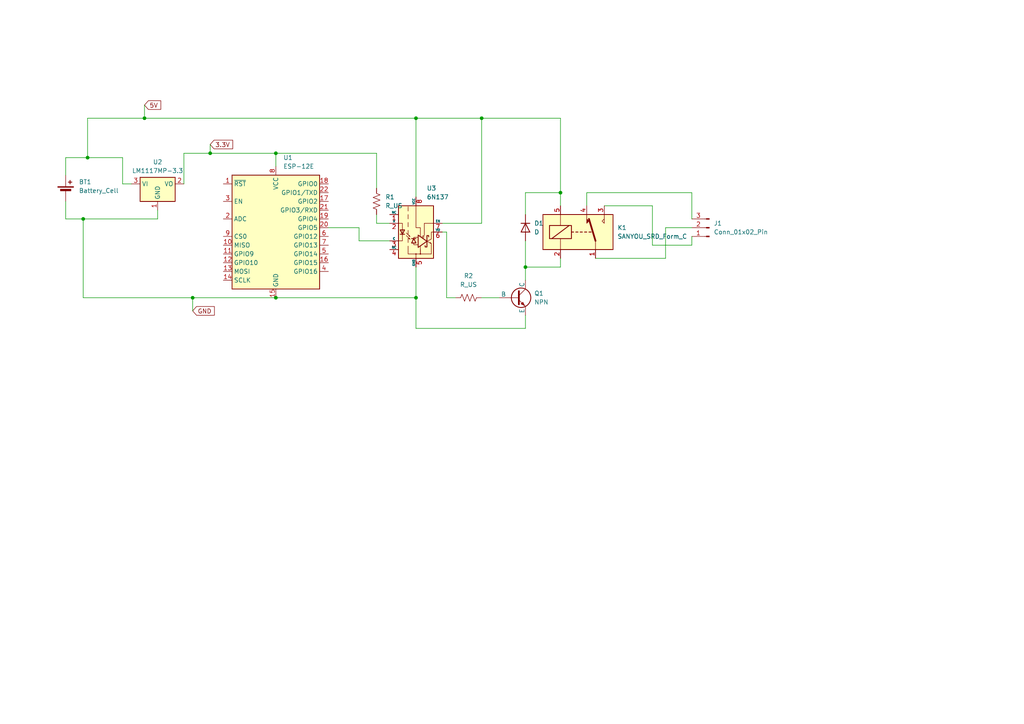
<source format=kicad_sch>
(kicad_sch
	(version 20250114)
	(generator "eeschema")
	(generator_version "9.0")
	(uuid "478c7fb7-9a59-46e2-8ba5-9d89bbf0ee16")
	(paper "A4")
	(lib_symbols
		(symbol "Connector:Conn_01x03_Pin"
			(pin_names
				(offset 1.016)
				(hide yes)
			)
			(exclude_from_sim no)
			(in_bom yes)
			(on_board yes)
			(property "Reference" "J"
				(at 0 5.08 0)
				(effects
					(font
						(size 1.27 1.27)
					)
				)
			)
			(property "Value" "Conn_01x03_Pin"
				(at 0 -5.08 0)
				(effects
					(font
						(size 1.27 1.27)
					)
				)
			)
			(property "Footprint" ""
				(at 0 0 0)
				(effects
					(font
						(size 1.27 1.27)
					)
					(hide yes)
				)
			)
			(property "Datasheet" "~"
				(at 0 0 0)
				(effects
					(font
						(size 1.27 1.27)
					)
					(hide yes)
				)
			)
			(property "Description" "Generic connector, single row, 01x03, script generated"
				(at 0 0 0)
				(effects
					(font
						(size 1.27 1.27)
					)
					(hide yes)
				)
			)
			(property "ki_locked" ""
				(at 0 0 0)
				(effects
					(font
						(size 1.27 1.27)
					)
				)
			)
			(property "ki_keywords" "connector"
				(at 0 0 0)
				(effects
					(font
						(size 1.27 1.27)
					)
					(hide yes)
				)
			)
			(property "ki_fp_filters" "Connector*:*_1x??_*"
				(at 0 0 0)
				(effects
					(font
						(size 1.27 1.27)
					)
					(hide yes)
				)
			)
			(symbol "Conn_01x03_Pin_1_1"
				(rectangle
					(start 0.8636 2.667)
					(end 0 2.413)
					(stroke
						(width 0.1524)
						(type default)
					)
					(fill
						(type outline)
					)
				)
				(rectangle
					(start 0.8636 0.127)
					(end 0 -0.127)
					(stroke
						(width 0.1524)
						(type default)
					)
					(fill
						(type outline)
					)
				)
				(rectangle
					(start 0.8636 -2.413)
					(end 0 -2.667)
					(stroke
						(width 0.1524)
						(type default)
					)
					(fill
						(type outline)
					)
				)
				(polyline
					(pts
						(xy 1.27 2.54) (xy 0.8636 2.54)
					)
					(stroke
						(width 0.1524)
						(type default)
					)
					(fill
						(type none)
					)
				)
				(polyline
					(pts
						(xy 1.27 0) (xy 0.8636 0)
					)
					(stroke
						(width 0.1524)
						(type default)
					)
					(fill
						(type none)
					)
				)
				(polyline
					(pts
						(xy 1.27 -2.54) (xy 0.8636 -2.54)
					)
					(stroke
						(width 0.1524)
						(type default)
					)
					(fill
						(type none)
					)
				)
				(pin passive line
					(at 5.08 2.54 180)
					(length 3.81)
					(name "Pin_1"
						(effects
							(font
								(size 1.27 1.27)
							)
						)
					)
					(number "1"
						(effects
							(font
								(size 1.27 1.27)
							)
						)
					)
				)
				(pin passive line
					(at 5.08 0 180)
					(length 3.81)
					(name "Pin_2"
						(effects
							(font
								(size 1.27 1.27)
							)
						)
					)
					(number "2"
						(effects
							(font
								(size 1.27 1.27)
							)
						)
					)
				)
				(pin passive line
					(at 5.08 -2.54 180)
					(length 3.81)
					(name "Pin_3"
						(effects
							(font
								(size 1.27 1.27)
							)
						)
					)
					(number "3"
						(effects
							(font
								(size 1.27 1.27)
							)
						)
					)
				)
			)
			(embedded_fonts no)
		)
		(symbol "Device:Battery_Cell"
			(pin_numbers
				(hide yes)
			)
			(pin_names
				(offset 0)
				(hide yes)
			)
			(exclude_from_sim no)
			(in_bom yes)
			(on_board yes)
			(property "Reference" "BT"
				(at 2.54 2.54 0)
				(effects
					(font
						(size 1.27 1.27)
					)
					(justify left)
				)
			)
			(property "Value" "Battery_Cell"
				(at 2.54 0 0)
				(effects
					(font
						(size 1.27 1.27)
					)
					(justify left)
				)
			)
			(property "Footprint" ""
				(at 0 1.524 90)
				(effects
					(font
						(size 1.27 1.27)
					)
					(hide yes)
				)
			)
			(property "Datasheet" "~"
				(at 0 1.524 90)
				(effects
					(font
						(size 1.27 1.27)
					)
					(hide yes)
				)
			)
			(property "Description" "Single-cell battery"
				(at 0 0 0)
				(effects
					(font
						(size 1.27 1.27)
					)
					(hide yes)
				)
			)
			(property "ki_keywords" "battery cell"
				(at 0 0 0)
				(effects
					(font
						(size 1.27 1.27)
					)
					(hide yes)
				)
			)
			(symbol "Battery_Cell_0_1"
				(rectangle
					(start -2.286 1.778)
					(end 2.286 1.524)
					(stroke
						(width 0)
						(type default)
					)
					(fill
						(type outline)
					)
				)
				(rectangle
					(start -1.524 1.016)
					(end 1.524 0.508)
					(stroke
						(width 0)
						(type default)
					)
					(fill
						(type outline)
					)
				)
				(polyline
					(pts
						(xy 0 1.778) (xy 0 2.54)
					)
					(stroke
						(width 0)
						(type default)
					)
					(fill
						(type none)
					)
				)
				(polyline
					(pts
						(xy 0 0.762) (xy 0 0)
					)
					(stroke
						(width 0)
						(type default)
					)
					(fill
						(type none)
					)
				)
				(polyline
					(pts
						(xy 0.762 3.048) (xy 1.778 3.048)
					)
					(stroke
						(width 0.254)
						(type default)
					)
					(fill
						(type none)
					)
				)
				(polyline
					(pts
						(xy 1.27 3.556) (xy 1.27 2.54)
					)
					(stroke
						(width 0.254)
						(type default)
					)
					(fill
						(type none)
					)
				)
			)
			(symbol "Battery_Cell_1_1"
				(pin passive line
					(at 0 5.08 270)
					(length 2.54)
					(name "+"
						(effects
							(font
								(size 1.27 1.27)
							)
						)
					)
					(number "1"
						(effects
							(font
								(size 1.27 1.27)
							)
						)
					)
				)
				(pin passive line
					(at 0 -2.54 90)
					(length 2.54)
					(name "-"
						(effects
							(font
								(size 1.27 1.27)
							)
						)
					)
					(number "2"
						(effects
							(font
								(size 1.27 1.27)
							)
						)
					)
				)
			)
			(embedded_fonts no)
		)
		(symbol "Device:D"
			(pin_numbers
				(hide yes)
			)
			(pin_names
				(offset 1.016)
				(hide yes)
			)
			(exclude_from_sim no)
			(in_bom yes)
			(on_board yes)
			(property "Reference" "D"
				(at 0 2.54 0)
				(effects
					(font
						(size 1.27 1.27)
					)
				)
			)
			(property "Value" "D"
				(at 0 -2.54 0)
				(effects
					(font
						(size 1.27 1.27)
					)
				)
			)
			(property "Footprint" ""
				(at 0 0 0)
				(effects
					(font
						(size 1.27 1.27)
					)
					(hide yes)
				)
			)
			(property "Datasheet" "~"
				(at 0 0 0)
				(effects
					(font
						(size 1.27 1.27)
					)
					(hide yes)
				)
			)
			(property "Description" "Diode"
				(at 0 0 0)
				(effects
					(font
						(size 1.27 1.27)
					)
					(hide yes)
				)
			)
			(property "Sim.Device" "D"
				(at 0 0 0)
				(effects
					(font
						(size 1.27 1.27)
					)
					(hide yes)
				)
			)
			(property "Sim.Pins" "1=K 2=A"
				(at 0 0 0)
				(effects
					(font
						(size 1.27 1.27)
					)
					(hide yes)
				)
			)
			(property "ki_keywords" "diode"
				(at 0 0 0)
				(effects
					(font
						(size 1.27 1.27)
					)
					(hide yes)
				)
			)
			(property "ki_fp_filters" "TO-???* *_Diode_* *SingleDiode* D_*"
				(at 0 0 0)
				(effects
					(font
						(size 1.27 1.27)
					)
					(hide yes)
				)
			)
			(symbol "D_0_1"
				(polyline
					(pts
						(xy -1.27 1.27) (xy -1.27 -1.27)
					)
					(stroke
						(width 0.254)
						(type default)
					)
					(fill
						(type none)
					)
				)
				(polyline
					(pts
						(xy 1.27 1.27) (xy 1.27 -1.27) (xy -1.27 0) (xy 1.27 1.27)
					)
					(stroke
						(width 0.254)
						(type default)
					)
					(fill
						(type none)
					)
				)
				(polyline
					(pts
						(xy 1.27 0) (xy -1.27 0)
					)
					(stroke
						(width 0)
						(type default)
					)
					(fill
						(type none)
					)
				)
			)
			(symbol "D_1_1"
				(pin passive line
					(at -3.81 0 0)
					(length 2.54)
					(name "K"
						(effects
							(font
								(size 1.27 1.27)
							)
						)
					)
					(number "1"
						(effects
							(font
								(size 1.27 1.27)
							)
						)
					)
				)
				(pin passive line
					(at 3.81 0 180)
					(length 2.54)
					(name "A"
						(effects
							(font
								(size 1.27 1.27)
							)
						)
					)
					(number "2"
						(effects
							(font
								(size 1.27 1.27)
							)
						)
					)
				)
			)
			(embedded_fonts no)
		)
		(symbol "Device:R_US"
			(pin_numbers
				(hide yes)
			)
			(pin_names
				(offset 0)
			)
			(exclude_from_sim no)
			(in_bom yes)
			(on_board yes)
			(property "Reference" "R"
				(at 2.54 0 90)
				(effects
					(font
						(size 1.27 1.27)
					)
				)
			)
			(property "Value" "R_US"
				(at -2.54 0 90)
				(effects
					(font
						(size 1.27 1.27)
					)
				)
			)
			(property "Footprint" ""
				(at 1.016 -0.254 90)
				(effects
					(font
						(size 1.27 1.27)
					)
					(hide yes)
				)
			)
			(property "Datasheet" "~"
				(at 0 0 0)
				(effects
					(font
						(size 1.27 1.27)
					)
					(hide yes)
				)
			)
			(property "Description" "Resistor, US symbol"
				(at 0 0 0)
				(effects
					(font
						(size 1.27 1.27)
					)
					(hide yes)
				)
			)
			(property "ki_keywords" "R res resistor"
				(at 0 0 0)
				(effects
					(font
						(size 1.27 1.27)
					)
					(hide yes)
				)
			)
			(property "ki_fp_filters" "R_*"
				(at 0 0 0)
				(effects
					(font
						(size 1.27 1.27)
					)
					(hide yes)
				)
			)
			(symbol "R_US_0_1"
				(polyline
					(pts
						(xy 0 2.286) (xy 0 2.54)
					)
					(stroke
						(width 0)
						(type default)
					)
					(fill
						(type none)
					)
				)
				(polyline
					(pts
						(xy 0 2.286) (xy 1.016 1.905) (xy 0 1.524) (xy -1.016 1.143) (xy 0 0.762)
					)
					(stroke
						(width 0)
						(type default)
					)
					(fill
						(type none)
					)
				)
				(polyline
					(pts
						(xy 0 0.762) (xy 1.016 0.381) (xy 0 0) (xy -1.016 -0.381) (xy 0 -0.762)
					)
					(stroke
						(width 0)
						(type default)
					)
					(fill
						(type none)
					)
				)
				(polyline
					(pts
						(xy 0 -0.762) (xy 1.016 -1.143) (xy 0 -1.524) (xy -1.016 -1.905) (xy 0 -2.286)
					)
					(stroke
						(width 0)
						(type default)
					)
					(fill
						(type none)
					)
				)
				(polyline
					(pts
						(xy 0 -2.286) (xy 0 -2.54)
					)
					(stroke
						(width 0)
						(type default)
					)
					(fill
						(type none)
					)
				)
			)
			(symbol "R_US_1_1"
				(pin passive line
					(at 0 3.81 270)
					(length 1.27)
					(name "~"
						(effects
							(font
								(size 1.27 1.27)
							)
						)
					)
					(number "1"
						(effects
							(font
								(size 1.27 1.27)
							)
						)
					)
				)
				(pin passive line
					(at 0 -3.81 90)
					(length 1.27)
					(name "~"
						(effects
							(font
								(size 1.27 1.27)
							)
						)
					)
					(number "2"
						(effects
							(font
								(size 1.27 1.27)
							)
						)
					)
				)
			)
			(embedded_fonts no)
		)
		(symbol "Isolator:6N137"
			(pin_names
				(offset 0)
			)
			(exclude_from_sim no)
			(in_bom yes)
			(on_board yes)
			(property "Reference" "U"
				(at -4.064 8.89 0)
				(effects
					(font
						(size 1.27 1.27)
					)
				)
			)
			(property "Value" "6N137"
				(at 0 -8.89 0)
				(effects
					(font
						(size 1.27 1.27)
					)
				)
			)
			(property "Footprint" "Package_DIP:DIP-8_W7.62mm"
				(at 0 -12.7 0)
				(effects
					(font
						(size 1.27 1.27)
					)
					(hide yes)
				)
			)
			(property "Datasheet" "https://docs.broadcom.com/docs/AV02-0940EN"
				(at -21.59 13.97 0)
				(effects
					(font
						(size 1.27 1.27)
					)
					(hide yes)
				)
			)
			(property "Description" "Single High Speed LSTTL/TTL Compatible Optocoupler with enable, dV/dt 1000/us, VCM 10, max 7V VCC, DIP-8"
				(at 0 0 0)
				(effects
					(font
						(size 1.27 1.27)
					)
					(hide yes)
				)
			)
			(property "ki_keywords" "High speed optically coupled gates enable"
				(at 0 0 0)
				(effects
					(font
						(size 1.27 1.27)
					)
					(hide yes)
				)
			)
			(property "ki_fp_filters" "DIP*W7.62mm*"
				(at 0 0 0)
				(effects
					(font
						(size 1.27 1.27)
					)
					(hide yes)
				)
			)
			(symbol "6N137_0_1"
				(polyline
					(pts
						(xy -5.08 -2.54) (xy -3.937 -2.54) (xy -3.937 2.54) (xy -5.08 2.54)
					)
					(stroke
						(width 0)
						(type default)
					)
					(fill
						(type none)
					)
				)
				(polyline
					(pts
						(xy -2.794 -0.254) (xy -1.717 -1.331) (xy -2.076 -1.152) (xy -1.896 -0.972) (xy -1.717 -1.331)
					)
					(stroke
						(width 0)
						(type default)
					)
					(fill
						(type none)
					)
				)
				(polyline
					(pts
						(xy -2.794 -1.016) (xy -1.717 -2.093) (xy -2.076 -1.914) (xy -1.896 -1.734) (xy -1.717 -2.093)
					)
					(stroke
						(width 0)
						(type default)
					)
					(fill
						(type none)
					)
				)
				(polyline
					(pts
						(xy 0 -6.35) (xy -2.286 -6.35) (xy -2.286 -4.064)
					)
					(stroke
						(width 0)
						(type default)
					)
					(fill
						(type none)
					)
				)
				(polyline
					(pts
						(xy 1.27 -5.08) (xy 1.27 -6.35) (xy 0 -6.35) (xy 0 -7.62)
					)
					(stroke
						(width 0)
						(type default)
					)
					(fill
						(type none)
					)
				)
				(polyline
					(pts
						(xy 3.175 -2.667) (xy 0.635 -4.445) (xy 0.635 -0.889) (xy 3.175 -2.667)
					)
					(stroke
						(width 0.254)
						(type default)
					)
					(fill
						(type none)
					)
				)
			)
			(symbol "6N137_1_1"
				(rectangle
					(start -5.08 7.62)
					(end 5.08 -7.62)
					(stroke
						(width 0.254)
						(type default)
					)
					(fill
						(type background)
					)
				)
				(polyline
					(pts
						(xy -4.572 -0.635) (xy -3.302 -0.635)
					)
					(stroke
						(width 0.254)
						(type default)
					)
					(fill
						(type none)
					)
				)
				(polyline
					(pts
						(xy -3.937 -0.635) (xy -4.572 0.635) (xy -3.302 0.635) (xy -3.937 -0.635)
					)
					(stroke
						(width 0.254)
						(type default)
					)
					(fill
						(type none)
					)
				)
				(polyline
					(pts
						(xy -2.286 7.366) (xy -2.286 6.096)
					)
					(stroke
						(width 0)
						(type default)
					)
					(fill
						(type none)
					)
				)
				(polyline
					(pts
						(xy -2.286 5.08) (xy -2.286 3.81)
					)
					(stroke
						(width 0)
						(type default)
					)
					(fill
						(type none)
					)
				)
				(polyline
					(pts
						(xy -2.286 2.794) (xy -2.286 1.524)
					)
					(stroke
						(width 0)
						(type default)
					)
					(fill
						(type none)
					)
				)
				(polyline
					(pts
						(xy -2.286 0.508) (xy -2.286 -0.762)
					)
					(stroke
						(width 0)
						(type default)
					)
					(fill
						(type none)
					)
				)
				(polyline
					(pts
						(xy -2.286 -1.778) (xy -2.286 -3.048)
					)
					(stroke
						(width 0)
						(type default)
					)
					(fill
						(type none)
					)
				)
				(polyline
					(pts
						(xy -1.27 -1.905) (xy 0 -1.905)
					)
					(stroke
						(width 0.254)
						(type default)
					)
					(fill
						(type none)
					)
				)
				(polyline
					(pts
						(xy -0.635 -1.905) (xy -0.635 -1.524) (xy 0.508 -1.524)
					)
					(stroke
						(width 0)
						(type default)
					)
					(fill
						(type none)
					)
				)
				(polyline
					(pts
						(xy -0.635 -1.905) (xy -1.27 -3.175) (xy 0 -3.175) (xy -0.635 -1.905)
					)
					(stroke
						(width 0.254)
						(type default)
					)
					(fill
						(type none)
					)
				)
				(polyline
					(pts
						(xy -0.635 -3.302) (xy -0.635 -3.683) (xy 0.635 -3.683)
					)
					(stroke
						(width 0)
						(type default)
					)
					(fill
						(type none)
					)
				)
				(circle
					(center 0 -6.35)
					(radius 0.127)
					(stroke
						(width 0)
						(type default)
					)
					(fill
						(type outline)
					)
				)
				(polyline
					(pts
						(xy 1.27 -1.27) (xy 1.27 1.27) (xy 0 1.27) (xy 0 7.62)
					)
					(stroke
						(width 0)
						(type default)
					)
					(fill
						(type none)
					)
				)
				(polyline
					(pts
						(xy 1.27 -4.064) (xy 1.27 -6.35) (xy 4.445 -6.35)
					)
					(stroke
						(width 0)
						(type default)
					)
					(fill
						(type none)
					)
				)
				(circle
					(center 1.27 -6.35)
					(radius 0.127)
					(stroke
						(width 0)
						(type default)
					)
					(fill
						(type outline)
					)
				)
				(circle
					(center 2.032 -1.397)
					(radius 0.254)
					(stroke
						(width 0)
						(type default)
					)
					(fill
						(type none)
					)
				)
				(polyline
					(pts
						(xy 2.1844 -1.1684) (xy 2.413 -0.889) (xy 2.413 2.54) (xy 5.08 2.54)
					)
					(stroke
						(width 0)
						(type default)
					)
					(fill
						(type none)
					)
				)
				(polyline
					(pts
						(xy 3.175 -2.667) (xy 4.445 -3.302) (xy 4.445 -6.35)
					)
					(stroke
						(width 0)
						(type default)
					)
					(fill
						(type none)
					)
				)
				(polyline
					(pts
						(xy 3.175 -2.667) (xy 3.175 -1.016) (xy 3.683 -1.016) (xy 3.683 -1.397)
					)
					(stroke
						(width 0.254)
						(type default)
					)
					(fill
						(type none)
					)
				)
				(polyline
					(pts
						(xy 3.175 -2.667) (xy 3.175 -4.318) (xy 2.667 -4.318) (xy 2.667 -3.937)
					)
					(stroke
						(width 0.254)
						(type default)
					)
					(fill
						(type none)
					)
				)
				(polyline
					(pts
						(xy 3.175 -2.667) (xy 4.445 -2.032) (xy 4.445 0) (xy 5.08 0)
					)
					(stroke
						(width 0)
						(type default)
					)
					(fill
						(type none)
					)
				)
				(polyline
					(pts
						(xy 4.445 -3.302) (xy 4.161 -3.018) (xy 4.047 -3.246) (xy 4.445 -3.302)
					)
					(stroke
						(width 0.127)
						(type default)
					)
					(fill
						(type outline)
					)
				)
				(pin passive line
					(at -7.62 5.08 0)
					(length 2.54)
					(name "NC"
						(effects
							(font
								(size 0.635 0.635)
							)
						)
					)
					(number "1"
						(effects
							(font
								(size 1.27 1.27)
							)
						)
					)
				)
				(pin passive line
					(at -7.62 2.54 0)
					(length 2.54)
					(name "A"
						(effects
							(font
								(size 0.635 0.635)
							)
						)
					)
					(number "2"
						(effects
							(font
								(size 1.27 1.27)
							)
						)
					)
				)
				(pin passive line
					(at -7.62 -2.54 0)
					(length 2.54)
					(name "C"
						(effects
							(font
								(size 0.635 0.635)
							)
						)
					)
					(number "3"
						(effects
							(font
								(size 1.27 1.27)
							)
						)
					)
				)
				(pin passive line
					(at -7.62 -5.08 0)
					(length 2.54)
					(name "NC"
						(effects
							(font
								(size 0.635 0.635)
							)
						)
					)
					(number "4"
						(effects
							(font
								(size 1.27 1.27)
							)
						)
					)
				)
				(pin power_in line
					(at 0 10.16 270)
					(length 2.54)
					(name "VCC"
						(effects
							(font
								(size 0.635 0.635)
							)
						)
					)
					(number "8"
						(effects
							(font
								(size 1.27 1.27)
							)
						)
					)
				)
				(pin power_in line
					(at 0 -10.16 90)
					(length 2.54)
					(name "GND"
						(effects
							(font
								(size 0.635 0.635)
							)
						)
					)
					(number "5"
						(effects
							(font
								(size 1.27 1.27)
							)
						)
					)
				)
				(pin input line
					(at 7.62 2.54 180)
					(length 2.54)
					(name "EN"
						(effects
							(font
								(size 0.635 0.635)
							)
						)
					)
					(number "7"
						(effects
							(font
								(size 1.27 1.27)
							)
						)
					)
				)
				(pin open_collector line
					(at 7.62 0 180)
					(length 2.54)
					(name "VO"
						(effects
							(font
								(size 0.635 0.635)
							)
						)
					)
					(number "6"
						(effects
							(font
								(size 1.27 1.27)
							)
						)
					)
				)
			)
			(embedded_fonts no)
		)
		(symbol "RF_Module:ESP-12E"
			(exclude_from_sim no)
			(in_bom yes)
			(on_board yes)
			(property "Reference" "U"
				(at -12.7 19.05 0)
				(effects
					(font
						(size 1.27 1.27)
					)
					(justify left)
				)
			)
			(property "Value" "ESP-12E"
				(at 12.7 19.05 0)
				(effects
					(font
						(size 1.27 1.27)
					)
					(justify right)
				)
			)
			(property "Footprint" "RF_Module:ESP-12E"
				(at 0 0 0)
				(effects
					(font
						(size 1.27 1.27)
					)
					(hide yes)
				)
			)
			(property "Datasheet" "http://wiki.ai-thinker.com/_media/esp8266/esp8266_series_modules_user_manual_v1.1.pdf"
				(at -8.89 2.54 0)
				(effects
					(font
						(size 1.27 1.27)
					)
					(hide yes)
				)
			)
			(property "Description" "802.11 b/g/n Wi-Fi Module"
				(at 0 0 0)
				(effects
					(font
						(size 1.27 1.27)
					)
					(hide yes)
				)
			)
			(property "ki_keywords" "802.11 Wi-Fi"
				(at 0 0 0)
				(effects
					(font
						(size 1.27 1.27)
					)
					(hide yes)
				)
			)
			(property "ki_fp_filters" "ESP?12*"
				(at 0 0 0)
				(effects
					(font
						(size 1.27 1.27)
					)
					(hide yes)
				)
			)
			(symbol "ESP-12E_0_1"
				(rectangle
					(start -12.7 17.78)
					(end 12.7 -15.24)
					(stroke
						(width 0.254)
						(type default)
					)
					(fill
						(type background)
					)
				)
			)
			(symbol "ESP-12E_1_1"
				(pin input line
					(at -15.24 15.24 0)
					(length 2.54)
					(name "~{RST}"
						(effects
							(font
								(size 1.27 1.27)
							)
						)
					)
					(number "1"
						(effects
							(font
								(size 1.27 1.27)
							)
						)
					)
				)
				(pin input line
					(at -15.24 10.16 0)
					(length 2.54)
					(name "EN"
						(effects
							(font
								(size 1.27 1.27)
							)
						)
					)
					(number "3"
						(effects
							(font
								(size 1.27 1.27)
							)
						)
					)
				)
				(pin input line
					(at -15.24 5.08 0)
					(length 2.54)
					(name "ADC"
						(effects
							(font
								(size 1.27 1.27)
							)
						)
					)
					(number "2"
						(effects
							(font
								(size 1.27 1.27)
							)
						)
					)
				)
				(pin input line
					(at -15.24 0 0)
					(length 2.54)
					(name "CS0"
						(effects
							(font
								(size 1.27 1.27)
							)
						)
					)
					(number "9"
						(effects
							(font
								(size 1.27 1.27)
							)
						)
					)
				)
				(pin bidirectional line
					(at -15.24 -2.54 0)
					(length 2.54)
					(name "MISO"
						(effects
							(font
								(size 1.27 1.27)
							)
						)
					)
					(number "10"
						(effects
							(font
								(size 1.27 1.27)
							)
						)
					)
				)
				(pin bidirectional line
					(at -15.24 -5.08 0)
					(length 2.54)
					(name "GPIO9"
						(effects
							(font
								(size 1.27 1.27)
							)
						)
					)
					(number "11"
						(effects
							(font
								(size 1.27 1.27)
							)
						)
					)
				)
				(pin bidirectional line
					(at -15.24 -7.62 0)
					(length 2.54)
					(name "GPIO10"
						(effects
							(font
								(size 1.27 1.27)
							)
						)
					)
					(number "12"
						(effects
							(font
								(size 1.27 1.27)
							)
						)
					)
				)
				(pin bidirectional line
					(at -15.24 -10.16 0)
					(length 2.54)
					(name "MOSI"
						(effects
							(font
								(size 1.27 1.27)
							)
						)
					)
					(number "13"
						(effects
							(font
								(size 1.27 1.27)
							)
						)
					)
				)
				(pin bidirectional line
					(at -15.24 -12.7 0)
					(length 2.54)
					(name "SCLK"
						(effects
							(font
								(size 1.27 1.27)
							)
						)
					)
					(number "14"
						(effects
							(font
								(size 1.27 1.27)
							)
						)
					)
				)
				(pin power_in line
					(at 0 20.32 270)
					(length 2.54)
					(name "VCC"
						(effects
							(font
								(size 1.27 1.27)
							)
						)
					)
					(number "8"
						(effects
							(font
								(size 1.27 1.27)
							)
						)
					)
				)
				(pin power_in line
					(at 0 -17.78 90)
					(length 2.54)
					(name "GND"
						(effects
							(font
								(size 1.27 1.27)
							)
						)
					)
					(number "15"
						(effects
							(font
								(size 1.27 1.27)
							)
						)
					)
				)
				(pin bidirectional line
					(at 15.24 15.24 180)
					(length 2.54)
					(name "GPIO0"
						(effects
							(font
								(size 1.27 1.27)
							)
						)
					)
					(number "18"
						(effects
							(font
								(size 1.27 1.27)
							)
						)
					)
				)
				(pin bidirectional line
					(at 15.24 12.7 180)
					(length 2.54)
					(name "GPIO1/TXD"
						(effects
							(font
								(size 1.27 1.27)
							)
						)
					)
					(number "22"
						(effects
							(font
								(size 1.27 1.27)
							)
						)
					)
				)
				(pin bidirectional line
					(at 15.24 10.16 180)
					(length 2.54)
					(name "GPIO2"
						(effects
							(font
								(size 1.27 1.27)
							)
						)
					)
					(number "17"
						(effects
							(font
								(size 1.27 1.27)
							)
						)
					)
				)
				(pin bidirectional line
					(at 15.24 7.62 180)
					(length 2.54)
					(name "GPIO3/RXD"
						(effects
							(font
								(size 1.27 1.27)
							)
						)
					)
					(number "21"
						(effects
							(font
								(size 1.27 1.27)
							)
						)
					)
				)
				(pin bidirectional line
					(at 15.24 5.08 180)
					(length 2.54)
					(name "GPIO4"
						(effects
							(font
								(size 1.27 1.27)
							)
						)
					)
					(number "19"
						(effects
							(font
								(size 1.27 1.27)
							)
						)
					)
				)
				(pin bidirectional line
					(at 15.24 2.54 180)
					(length 2.54)
					(name "GPIO5"
						(effects
							(font
								(size 1.27 1.27)
							)
						)
					)
					(number "20"
						(effects
							(font
								(size 1.27 1.27)
							)
						)
					)
				)
				(pin bidirectional line
					(at 15.24 0 180)
					(length 2.54)
					(name "GPIO12"
						(effects
							(font
								(size 1.27 1.27)
							)
						)
					)
					(number "6"
						(effects
							(font
								(size 1.27 1.27)
							)
						)
					)
				)
				(pin bidirectional line
					(at 15.24 -2.54 180)
					(length 2.54)
					(name "GPIO13"
						(effects
							(font
								(size 1.27 1.27)
							)
						)
					)
					(number "7"
						(effects
							(font
								(size 1.27 1.27)
							)
						)
					)
				)
				(pin bidirectional line
					(at 15.24 -5.08 180)
					(length 2.54)
					(name "GPIO14"
						(effects
							(font
								(size 1.27 1.27)
							)
						)
					)
					(number "5"
						(effects
							(font
								(size 1.27 1.27)
							)
						)
					)
				)
				(pin bidirectional line
					(at 15.24 -7.62 180)
					(length 2.54)
					(name "GPIO15"
						(effects
							(font
								(size 1.27 1.27)
							)
						)
					)
					(number "16"
						(effects
							(font
								(size 1.27 1.27)
							)
						)
					)
				)
				(pin bidirectional line
					(at 15.24 -10.16 180)
					(length 2.54)
					(name "GPIO16"
						(effects
							(font
								(size 1.27 1.27)
							)
						)
					)
					(number "4"
						(effects
							(font
								(size 1.27 1.27)
							)
						)
					)
				)
			)
			(embedded_fonts no)
		)
		(symbol "Regulator_Linear:LM1117MP-3.3"
			(exclude_from_sim no)
			(in_bom yes)
			(on_board yes)
			(property "Reference" "U"
				(at -3.81 3.175 0)
				(effects
					(font
						(size 1.27 1.27)
					)
				)
			)
			(property "Value" "LM1117MP-3.3"
				(at 0 3.175 0)
				(effects
					(font
						(size 1.27 1.27)
					)
					(justify left)
				)
			)
			(property "Footprint" "Package_TO_SOT_SMD:SOT-223-3_TabPin2"
				(at 0 0 0)
				(effects
					(font
						(size 1.27 1.27)
					)
					(hide yes)
				)
			)
			(property "Datasheet" "http://www.ti.com/lit/ds/symlink/lm1117.pdf"
				(at 0 0 0)
				(effects
					(font
						(size 1.27 1.27)
					)
					(hide yes)
				)
			)
			(property "Description" "800mA Low-Dropout Linear Regulator, 3.3V fixed output, SOT-223"
				(at 0 0 0)
				(effects
					(font
						(size 1.27 1.27)
					)
					(hide yes)
				)
			)
			(property "ki_keywords" "linear regulator ldo fixed positive"
				(at 0 0 0)
				(effects
					(font
						(size 1.27 1.27)
					)
					(hide yes)
				)
			)
			(property "ki_fp_filters" "SOT?223*"
				(at 0 0 0)
				(effects
					(font
						(size 1.27 1.27)
					)
					(hide yes)
				)
			)
			(symbol "LM1117MP-3.3_0_1"
				(rectangle
					(start -5.08 -5.08)
					(end 5.08 1.905)
					(stroke
						(width 0.254)
						(type default)
					)
					(fill
						(type background)
					)
				)
			)
			(symbol "LM1117MP-3.3_1_1"
				(pin power_in line
					(at -7.62 0 0)
					(length 2.54)
					(name "VI"
						(effects
							(font
								(size 1.27 1.27)
							)
						)
					)
					(number "3"
						(effects
							(font
								(size 1.27 1.27)
							)
						)
					)
				)
				(pin power_in line
					(at 0 -7.62 90)
					(length 2.54)
					(name "GND"
						(effects
							(font
								(size 1.27 1.27)
							)
						)
					)
					(number "1"
						(effects
							(font
								(size 1.27 1.27)
							)
						)
					)
				)
				(pin power_out line
					(at 7.62 0 180)
					(length 2.54)
					(name "VO"
						(effects
							(font
								(size 1.27 1.27)
							)
						)
					)
					(number "2"
						(effects
							(font
								(size 1.27 1.27)
							)
						)
					)
				)
			)
			(embedded_fonts no)
		)
		(symbol "Relay:SANYOU_SRD_Form_C"
			(exclude_from_sim no)
			(in_bom yes)
			(on_board yes)
			(property "Reference" "K"
				(at 11.43 3.81 0)
				(effects
					(font
						(size 1.27 1.27)
					)
					(justify left)
				)
			)
			(property "Value" "SANYOU_SRD_Form_C"
				(at 11.43 1.27 0)
				(effects
					(font
						(size 1.27 1.27)
					)
					(justify left)
				)
			)
			(property "Footprint" "Relay_THT:Relay_SPDT_SANYOU_SRD_Series_Form_C"
				(at 11.43 -1.27 0)
				(effects
					(font
						(size 1.27 1.27)
					)
					(justify left)
					(hide yes)
				)
			)
			(property "Datasheet" "http://www.sanyourelay.ca/public/products/pdf/SRD.pdf"
				(at 0 0 0)
				(effects
					(font
						(size 1.27 1.27)
					)
					(hide yes)
				)
			)
			(property "Description" "Sanyo SRD relay, Single Pole Miniature Power Relay,"
				(at 0 0 0)
				(effects
					(font
						(size 1.27 1.27)
					)
					(hide yes)
				)
			)
			(property "ki_keywords" "Single Pole Relay SPDT"
				(at 0 0 0)
				(effects
					(font
						(size 1.27 1.27)
					)
					(hide yes)
				)
			)
			(property "ki_fp_filters" "Relay*SPDT*SANYOU*SRD*Series*Form*C*"
				(at 0 0 0)
				(effects
					(font
						(size 1.27 1.27)
					)
					(hide yes)
				)
			)
			(symbol "SANYOU_SRD_Form_C_0_0"
				(polyline
					(pts
						(xy 7.62 5.08) (xy 7.62 2.54) (xy 6.985 3.175) (xy 7.62 3.81)
					)
					(stroke
						(width 0)
						(type default)
					)
					(fill
						(type none)
					)
				)
			)
			(symbol "SANYOU_SRD_Form_C_0_1"
				(rectangle
					(start -10.16 5.08)
					(end 10.16 -5.08)
					(stroke
						(width 0.254)
						(type default)
					)
					(fill
						(type background)
					)
				)
				(rectangle
					(start -8.255 1.905)
					(end -1.905 -1.905)
					(stroke
						(width 0.254)
						(type default)
					)
					(fill
						(type none)
					)
				)
				(polyline
					(pts
						(xy -7.62 -1.905) (xy -2.54 1.905)
					)
					(stroke
						(width 0.254)
						(type default)
					)
					(fill
						(type none)
					)
				)
				(polyline
					(pts
						(xy -5.08 5.08) (xy -5.08 1.905)
					)
					(stroke
						(width 0)
						(type default)
					)
					(fill
						(type none)
					)
				)
				(polyline
					(pts
						(xy -5.08 -5.08) (xy -5.08 -1.905)
					)
					(stroke
						(width 0)
						(type default)
					)
					(fill
						(type none)
					)
				)
				(polyline
					(pts
						(xy -1.905 0) (xy -1.27 0)
					)
					(stroke
						(width 0.254)
						(type default)
					)
					(fill
						(type none)
					)
				)
				(polyline
					(pts
						(xy -0.635 0) (xy 0 0)
					)
					(stroke
						(width 0.254)
						(type default)
					)
					(fill
						(type none)
					)
				)
				(polyline
					(pts
						(xy 0.635 0) (xy 1.27 0)
					)
					(stroke
						(width 0.254)
						(type default)
					)
					(fill
						(type none)
					)
				)
				(polyline
					(pts
						(xy 1.905 0) (xy 2.54 0)
					)
					(stroke
						(width 0.254)
						(type default)
					)
					(fill
						(type none)
					)
				)
				(polyline
					(pts
						(xy 3.175 0) (xy 3.81 0)
					)
					(stroke
						(width 0.254)
						(type default)
					)
					(fill
						(type none)
					)
				)
				(polyline
					(pts
						(xy 5.08 -2.54) (xy 3.175 3.81)
					)
					(stroke
						(width 0.508)
						(type default)
					)
					(fill
						(type none)
					)
				)
				(polyline
					(pts
						(xy 5.08 -2.54) (xy 5.08 -5.08)
					)
					(stroke
						(width 0)
						(type default)
					)
					(fill
						(type none)
					)
				)
			)
			(symbol "SANYOU_SRD_Form_C_1_1"
				(polyline
					(pts
						(xy 2.54 3.81) (xy 3.175 3.175) (xy 2.54 2.54) (xy 2.54 5.08)
					)
					(stroke
						(width 0)
						(type default)
					)
					(fill
						(type outline)
					)
				)
				(pin passive line
					(at -5.08 7.62 270)
					(length 2.54)
					(name "~"
						(effects
							(font
								(size 1.27 1.27)
							)
						)
					)
					(number "5"
						(effects
							(font
								(size 1.27 1.27)
							)
						)
					)
				)
				(pin passive line
					(at -5.08 -7.62 90)
					(length 2.54)
					(name "~"
						(effects
							(font
								(size 1.27 1.27)
							)
						)
					)
					(number "2"
						(effects
							(font
								(size 1.27 1.27)
							)
						)
					)
				)
				(pin passive line
					(at 2.54 7.62 270)
					(length 2.54)
					(name "~"
						(effects
							(font
								(size 1.27 1.27)
							)
						)
					)
					(number "4"
						(effects
							(font
								(size 1.27 1.27)
							)
						)
					)
				)
				(pin passive line
					(at 5.08 -7.62 90)
					(length 2.54)
					(name "~"
						(effects
							(font
								(size 1.27 1.27)
							)
						)
					)
					(number "1"
						(effects
							(font
								(size 1.27 1.27)
							)
						)
					)
				)
				(pin passive line
					(at 7.62 7.62 270)
					(length 2.54)
					(name "~"
						(effects
							(font
								(size 1.27 1.27)
							)
						)
					)
					(number "3"
						(effects
							(font
								(size 1.27 1.27)
							)
						)
					)
				)
			)
			(embedded_fonts no)
		)
		(symbol "Simulation_SPICE:NPN"
			(pin_numbers
				(hide yes)
			)
			(pin_names
				(offset 0)
			)
			(exclude_from_sim no)
			(in_bom yes)
			(on_board yes)
			(property "Reference" "Q"
				(at -2.54 7.62 0)
				(effects
					(font
						(size 1.27 1.27)
					)
				)
			)
			(property "Value" "NPN"
				(at -2.54 5.08 0)
				(effects
					(font
						(size 1.27 1.27)
					)
				)
			)
			(property "Footprint" ""
				(at 63.5 0 0)
				(effects
					(font
						(size 1.27 1.27)
					)
					(hide yes)
				)
			)
			(property "Datasheet" "https://ngspice.sourceforge.io/docs/ngspice-html-manual/manual.xhtml#cha_BJTs"
				(at 63.5 0 0)
				(effects
					(font
						(size 1.27 1.27)
					)
					(hide yes)
				)
			)
			(property "Description" "Bipolar transistor symbol for simulation only, substrate tied to the emitter"
				(at 0 0 0)
				(effects
					(font
						(size 1.27 1.27)
					)
					(hide yes)
				)
			)
			(property "Sim.Device" "NPN"
				(at 0 0 0)
				(effects
					(font
						(size 1.27 1.27)
					)
					(hide yes)
				)
			)
			(property "Sim.Type" "GUMMELPOON"
				(at 0 0 0)
				(effects
					(font
						(size 1.27 1.27)
					)
					(hide yes)
				)
			)
			(property "Sim.Pins" "1=C 2=B 3=E"
				(at 0 0 0)
				(effects
					(font
						(size 1.27 1.27)
					)
					(hide yes)
				)
			)
			(property "ki_keywords" "simulation"
				(at 0 0 0)
				(effects
					(font
						(size 1.27 1.27)
					)
					(hide yes)
				)
			)
			(symbol "NPN_0_1"
				(polyline
					(pts
						(xy -2.54 0) (xy 0.635 0)
					)
					(stroke
						(width 0.1524)
						(type default)
					)
					(fill
						(type none)
					)
				)
				(polyline
					(pts
						(xy 0.635 1.905) (xy 0.635 -1.905) (xy 0.635 -1.905)
					)
					(stroke
						(width 0.508)
						(type default)
					)
					(fill
						(type none)
					)
				)
				(polyline
					(pts
						(xy 0.635 0.635) (xy 2.54 2.54)
					)
					(stroke
						(width 0)
						(type default)
					)
					(fill
						(type none)
					)
				)
				(polyline
					(pts
						(xy 0.635 -0.635) (xy 2.54 -2.54) (xy 2.54 -2.54)
					)
					(stroke
						(width 0)
						(type default)
					)
					(fill
						(type none)
					)
				)
				(circle
					(center 1.27 0)
					(radius 2.8194)
					(stroke
						(width 0.254)
						(type default)
					)
					(fill
						(type none)
					)
				)
				(polyline
					(pts
						(xy 1.27 -1.778) (xy 1.778 -1.27) (xy 2.286 -2.286) (xy 1.27 -1.778) (xy 1.27 -1.778)
					)
					(stroke
						(width 0)
						(type default)
					)
					(fill
						(type outline)
					)
				)
				(polyline
					(pts
						(xy 2.794 -1.27) (xy 2.794 -1.27)
					)
					(stroke
						(width 0.1524)
						(type default)
					)
					(fill
						(type none)
					)
				)
				(polyline
					(pts
						(xy 2.794 -1.27) (xy 2.794 -1.27)
					)
					(stroke
						(width 0.1524)
						(type default)
					)
					(fill
						(type none)
					)
				)
			)
			(symbol "NPN_1_1"
				(pin input line
					(at -5.08 0 0)
					(length 2.54)
					(name "B"
						(effects
							(font
								(size 1.27 1.27)
							)
						)
					)
					(number "2"
						(effects
							(font
								(size 1.27 1.27)
							)
						)
					)
				)
				(pin open_collector line
					(at 2.54 5.08 270)
					(length 2.54)
					(name "C"
						(effects
							(font
								(size 1.27 1.27)
							)
						)
					)
					(number "1"
						(effects
							(font
								(size 1.27 1.27)
							)
						)
					)
				)
				(pin open_emitter line
					(at 2.54 -5.08 90)
					(length 2.54)
					(name "E"
						(effects
							(font
								(size 1.27 1.27)
							)
						)
					)
					(number "3"
						(effects
							(font
								(size 1.27 1.27)
							)
						)
					)
				)
			)
			(embedded_fonts no)
		)
	)
	(junction
		(at 80.01 86.36)
		(diameter 0)
		(color 0 0 0 0)
		(uuid "33ba9818-c2b0-4731-a335-f98700be74ae")
	)
	(junction
		(at 162.56 55.88)
		(diameter 0)
		(color 0 0 0 0)
		(uuid "384563a0-e01b-4f81-9527-d429c6f727ec")
	)
	(junction
		(at 25.4 45.72)
		(diameter 0)
		(color 0 0 0 0)
		(uuid "55c39c6e-eed9-46bd-b5a1-b4e9c2e219f2")
	)
	(junction
		(at 41.91 34.29)
		(diameter 0)
		(color 0 0 0 0)
		(uuid "75918a3c-ee2d-446e-adb5-f4728a7e2060")
	)
	(junction
		(at 139.7 34.29)
		(diameter 0)
		(color 0 0 0 0)
		(uuid "7c652dc0-fcd0-4504-a32e-1d3cc49b7fbb")
	)
	(junction
		(at 60.96 44.45)
		(diameter 0)
		(color 0 0 0 0)
		(uuid "8af96a9e-a2c4-4af2-b7bd-0dad721921c1")
	)
	(junction
		(at 24.13 63.5)
		(diameter 0)
		(color 0 0 0 0)
		(uuid "a5ef0a09-2fe3-498c-b1e2-1d4158f7fa13")
	)
	(junction
		(at 152.4 77.47)
		(diameter 0)
		(color 0 0 0 0)
		(uuid "a707b5fc-7939-48d0-8e0f-4e57066a1408")
	)
	(junction
		(at 55.88 86.36)
		(diameter 0)
		(color 0 0 0 0)
		(uuid "d9cea185-342d-4d7a-af71-b5d550da97fa")
	)
	(junction
		(at 80.01 44.45)
		(diameter 0)
		(color 0 0 0 0)
		(uuid "f31ce689-87a4-4ec4-977f-e0bcb18baf87")
	)
	(junction
		(at 120.65 34.29)
		(diameter 0)
		(color 0 0 0 0)
		(uuid "f3ee5dbe-1523-4164-b181-9a9ba2e37190")
	)
	(junction
		(at 120.65 86.36)
		(diameter 0)
		(color 0 0 0 0)
		(uuid "ff90961f-65f0-42f0-b269-44c2a81d2561")
	)
	(wire
		(pts
			(xy 60.96 44.45) (xy 80.01 44.45)
		)
		(stroke
			(width 0)
			(type default)
		)
		(uuid "002b31ac-e999-4e05-9c38-7d32ed409936")
	)
	(wire
		(pts
			(xy 152.4 55.88) (xy 152.4 62.23)
		)
		(stroke
			(width 0)
			(type default)
		)
		(uuid "045c517c-4d00-42d8-925a-fcdb0765e2a9")
	)
	(wire
		(pts
			(xy 139.7 86.36) (xy 144.78 86.36)
		)
		(stroke
			(width 0)
			(type default)
		)
		(uuid "05ecbced-2851-4fc1-b4d8-717d17598b0f")
	)
	(wire
		(pts
			(xy 162.56 77.47) (xy 162.56 74.93)
		)
		(stroke
			(width 0)
			(type default)
		)
		(uuid "103fcf18-61ba-4966-9367-f83612197c19")
	)
	(wire
		(pts
			(xy 162.56 55.88) (xy 152.4 55.88)
		)
		(stroke
			(width 0)
			(type default)
		)
		(uuid "13a03a2b-37e1-4fe0-8c6c-38912b0c65c3")
	)
	(wire
		(pts
			(xy 55.88 86.36) (xy 55.88 90.17)
		)
		(stroke
			(width 0)
			(type default)
		)
		(uuid "1934024d-79ec-4f50-ae3f-bb28a6ead4f2")
	)
	(wire
		(pts
			(xy 24.13 63.5) (xy 45.72 63.5)
		)
		(stroke
			(width 0)
			(type default)
		)
		(uuid "20271df6-c725-4993-a669-9e0bc3941996")
	)
	(wire
		(pts
			(xy 41.91 34.29) (xy 120.65 34.29)
		)
		(stroke
			(width 0)
			(type default)
		)
		(uuid "26795a53-c45f-4d62-bcae-b84d6541c469")
	)
	(wire
		(pts
			(xy 53.34 44.45) (xy 60.96 44.45)
		)
		(stroke
			(width 0)
			(type default)
		)
		(uuid "2ada7ca3-87e0-45ae-9531-d491a560d502")
	)
	(wire
		(pts
			(xy 128.27 64.77) (xy 139.7 64.77)
		)
		(stroke
			(width 0)
			(type default)
		)
		(uuid "2b88ddfc-5ce8-429f-85fa-d2408877a739")
	)
	(wire
		(pts
			(xy 132.08 86.36) (xy 129.54 86.36)
		)
		(stroke
			(width 0)
			(type default)
		)
		(uuid "36760b92-75b0-4a84-96e5-1145a22f4208")
	)
	(wire
		(pts
			(xy 200.66 71.12) (xy 200.66 68.58)
		)
		(stroke
			(width 0)
			(type default)
		)
		(uuid "3740cf9a-4da3-4463-8341-62faa1639a86")
	)
	(wire
		(pts
			(xy 35.56 45.72) (xy 35.56 53.34)
		)
		(stroke
			(width 0)
			(type default)
		)
		(uuid "3869768b-1e25-46c6-ac0d-2a70850f76bb")
	)
	(wire
		(pts
			(xy 80.01 44.45) (xy 109.22 44.45)
		)
		(stroke
			(width 0)
			(type default)
		)
		(uuid "39beff3f-d1d9-4841-890a-67ce9c221331")
	)
	(wire
		(pts
			(xy 152.4 95.25) (xy 120.65 95.25)
		)
		(stroke
			(width 0)
			(type default)
		)
		(uuid "3a343afd-d100-46b9-bbfb-17cbb4f1d93a")
	)
	(wire
		(pts
			(xy 25.4 34.29) (xy 41.91 34.29)
		)
		(stroke
			(width 0)
			(type default)
		)
		(uuid "3bec2350-81e2-4a5c-ade0-72eb54a60b2e")
	)
	(wire
		(pts
			(xy 120.65 95.25) (xy 120.65 86.36)
		)
		(stroke
			(width 0)
			(type default)
		)
		(uuid "3d8f09a7-0bfc-4b59-abd0-dd2b23e6ee0e")
	)
	(wire
		(pts
			(xy 120.65 77.47) (xy 120.65 86.36)
		)
		(stroke
			(width 0)
			(type default)
		)
		(uuid "42d8e7fa-e850-4d4b-b8ae-56017564bff2")
	)
	(wire
		(pts
			(xy 55.88 86.36) (xy 24.13 86.36)
		)
		(stroke
			(width 0)
			(type default)
		)
		(uuid "453efc8e-b174-43d9-89ce-e39791e9548d")
	)
	(wire
		(pts
			(xy 139.7 64.77) (xy 139.7 34.29)
		)
		(stroke
			(width 0)
			(type default)
		)
		(uuid "457c49c7-5d46-4b02-9bf7-676be99c1505")
	)
	(wire
		(pts
			(xy 175.26 59.69) (xy 189.23 59.69)
		)
		(stroke
			(width 0)
			(type default)
		)
		(uuid "4d4db9ad-cfc2-423f-999b-f9d39f877d54")
	)
	(wire
		(pts
			(xy 189.23 71.12) (xy 200.66 71.12)
		)
		(stroke
			(width 0)
			(type default)
		)
		(uuid "525f3f3d-8420-47a2-8fab-9c4369f643b0")
	)
	(wire
		(pts
			(xy 24.13 86.36) (xy 24.13 63.5)
		)
		(stroke
			(width 0)
			(type default)
		)
		(uuid "52df31a4-696e-4c5d-b480-99d8adce4433")
	)
	(wire
		(pts
			(xy 172.72 74.93) (xy 193.04 74.93)
		)
		(stroke
			(width 0)
			(type default)
		)
		(uuid "612efe7a-1469-4a02-8407-f38f5127b350")
	)
	(wire
		(pts
			(xy 104.14 66.04) (xy 95.25 66.04)
		)
		(stroke
			(width 0)
			(type default)
		)
		(uuid "698d5da9-5431-44ad-8e35-25b70f68ea60")
	)
	(wire
		(pts
			(xy 80.01 86.36) (xy 120.65 86.36)
		)
		(stroke
			(width 0)
			(type default)
		)
		(uuid "6bb275db-a6f6-4283-8e6f-2973d8670d44")
	)
	(wire
		(pts
			(xy 109.22 62.23) (xy 109.22 64.77)
		)
		(stroke
			(width 0)
			(type default)
		)
		(uuid "6c7536ef-2777-4d4d-b2f7-0acba265be18")
	)
	(wire
		(pts
			(xy 104.14 69.85) (xy 104.14 66.04)
		)
		(stroke
			(width 0)
			(type default)
		)
		(uuid "6cbc6edd-fbf6-41f9-8bc5-32d25c7726fd")
	)
	(wire
		(pts
			(xy 139.7 34.29) (xy 162.56 34.29)
		)
		(stroke
			(width 0)
			(type default)
		)
		(uuid "6e11c0fb-d0a9-4daf-9122-fe624d5dea76")
	)
	(wire
		(pts
			(xy 80.01 86.36) (xy 55.88 86.36)
		)
		(stroke
			(width 0)
			(type default)
		)
		(uuid "739b5ad8-0c9a-40b0-8e69-3fc21022d3df")
	)
	(wire
		(pts
			(xy 25.4 34.29) (xy 25.4 45.72)
		)
		(stroke
			(width 0)
			(type default)
		)
		(uuid "7bde3629-4972-4640-8837-5067493d0070")
	)
	(wire
		(pts
			(xy 170.18 55.88) (xy 200.66 55.88)
		)
		(stroke
			(width 0)
			(type default)
		)
		(uuid "836a90c8-f36b-4764-9830-23643d3d7cab")
	)
	(wire
		(pts
			(xy 113.03 69.85) (xy 104.14 69.85)
		)
		(stroke
			(width 0)
			(type default)
		)
		(uuid "884f3605-38c9-41de-85c1-ea1208d9404c")
	)
	(wire
		(pts
			(xy 170.18 59.69) (xy 170.18 55.88)
		)
		(stroke
			(width 0)
			(type default)
		)
		(uuid "8cfc61e8-fd82-462f-be3c-63801ac5407e")
	)
	(wire
		(pts
			(xy 152.4 77.47) (xy 152.4 81.28)
		)
		(stroke
			(width 0)
			(type default)
		)
		(uuid "9484ef29-e193-4d70-86f0-bfe165e93667")
	)
	(wire
		(pts
			(xy 162.56 55.88) (xy 162.56 59.69)
		)
		(stroke
			(width 0)
			(type default)
		)
		(uuid "9d2869d6-f6dd-4691-98c0-4ec3eb4699e2")
	)
	(wire
		(pts
			(xy 113.03 64.77) (xy 109.22 64.77)
		)
		(stroke
			(width 0)
			(type default)
		)
		(uuid "a0cb42dd-a077-4721-a5c9-6008a7996f2e")
	)
	(wire
		(pts
			(xy 25.4 45.72) (xy 35.56 45.72)
		)
		(stroke
			(width 0)
			(type default)
		)
		(uuid "a1684695-c86c-4890-812e-739960f035e8")
	)
	(wire
		(pts
			(xy 120.65 34.29) (xy 139.7 34.29)
		)
		(stroke
			(width 0)
			(type default)
		)
		(uuid "a212c7e4-6f51-45d3-a9ae-333dce95e59a")
	)
	(wire
		(pts
			(xy 109.22 44.45) (xy 109.22 54.61)
		)
		(stroke
			(width 0)
			(type default)
		)
		(uuid "a36b038e-0ea2-4e6f-b97d-e9ce7d1b2830")
	)
	(wire
		(pts
			(xy 41.91 30.48) (xy 41.91 34.29)
		)
		(stroke
			(width 0)
			(type default)
		)
		(uuid "a986ceac-1d1b-464b-ba1f-9cd21ba7ad34")
	)
	(wire
		(pts
			(xy 193.04 66.04) (xy 200.66 66.04)
		)
		(stroke
			(width 0)
			(type default)
		)
		(uuid "aaae9b09-8cc6-42c0-9686-3cfc64fd33d0")
	)
	(wire
		(pts
			(xy 35.56 53.34) (xy 38.1 53.34)
		)
		(stroke
			(width 0)
			(type default)
		)
		(uuid "b21ec746-acb3-49f3-9d23-7e1eb4c82963")
	)
	(wire
		(pts
			(xy 129.54 86.36) (xy 129.54 67.31)
		)
		(stroke
			(width 0)
			(type default)
		)
		(uuid "b2aab378-c4ce-4d71-b7c7-b86500679e03")
	)
	(wire
		(pts
			(xy 19.05 58.42) (xy 19.05 63.5)
		)
		(stroke
			(width 0)
			(type default)
		)
		(uuid "b53958e3-e6cd-4649-8cf9-c67a2c7fb3a9")
	)
	(wire
		(pts
			(xy 200.66 55.88) (xy 200.66 63.5)
		)
		(stroke
			(width 0)
			(type default)
		)
		(uuid "b9214b00-cd1b-4870-bad7-36054f8e832c")
	)
	(wire
		(pts
			(xy 152.4 91.44) (xy 152.4 95.25)
		)
		(stroke
			(width 0)
			(type default)
		)
		(uuid "bab920ca-412c-4bec-a9f2-e97ad06acb77")
	)
	(wire
		(pts
			(xy 19.05 50.8) (xy 19.05 45.72)
		)
		(stroke
			(width 0)
			(type default)
		)
		(uuid "c392fb17-774d-4b81-86cf-7538b34c0f5e")
	)
	(wire
		(pts
			(xy 60.96 41.91) (xy 60.96 44.45)
		)
		(stroke
			(width 0)
			(type default)
		)
		(uuid "c50fe60d-c05f-4344-a21b-f7264f16e0bf")
	)
	(wire
		(pts
			(xy 152.4 77.47) (xy 162.56 77.47)
		)
		(stroke
			(width 0)
			(type default)
		)
		(uuid "c6326f0e-e959-43f6-8f24-77feee5452df")
	)
	(wire
		(pts
			(xy 189.23 59.69) (xy 189.23 71.12)
		)
		(stroke
			(width 0)
			(type default)
		)
		(uuid "cb478509-7abe-45c2-8a0a-fafaeca9369b")
	)
	(wire
		(pts
			(xy 19.05 45.72) (xy 25.4 45.72)
		)
		(stroke
			(width 0)
			(type default)
		)
		(uuid "d399e327-b0b8-406d-8eaa-b4799b513de4")
	)
	(wire
		(pts
			(xy 152.4 69.85) (xy 152.4 77.47)
		)
		(stroke
			(width 0)
			(type default)
		)
		(uuid "db3f68f4-f837-45b4-957c-0aca481a0db9")
	)
	(wire
		(pts
			(xy 120.65 34.29) (xy 120.65 57.15)
		)
		(stroke
			(width 0)
			(type default)
		)
		(uuid "dd565a94-eb26-423f-a8e4-2023366c4212")
	)
	(wire
		(pts
			(xy 53.34 44.45) (xy 53.34 53.34)
		)
		(stroke
			(width 0)
			(type default)
		)
		(uuid "e0a3de04-fca3-4446-9e57-4c4a15d8f8bb")
	)
	(wire
		(pts
			(xy 193.04 74.93) (xy 193.04 66.04)
		)
		(stroke
			(width 0)
			(type default)
		)
		(uuid "e0bf967e-2a8d-4239-87d5-374646407b57")
	)
	(wire
		(pts
			(xy 19.05 63.5) (xy 24.13 63.5)
		)
		(stroke
			(width 0)
			(type default)
		)
		(uuid "e6e6ee8a-9e98-4716-a06e-631db2131bbb")
	)
	(wire
		(pts
			(xy 80.01 48.26) (xy 80.01 44.45)
		)
		(stroke
			(width 0)
			(type default)
		)
		(uuid "f238e366-ca59-4001-8267-07efe309c14e")
	)
	(wire
		(pts
			(xy 162.56 34.29) (xy 162.56 55.88)
		)
		(stroke
			(width 0)
			(type default)
		)
		(uuid "f6ba2004-8003-4486-ad31-0cd4953ce7b3")
	)
	(wire
		(pts
			(xy 129.54 67.31) (xy 128.27 67.31)
		)
		(stroke
			(width 0)
			(type default)
		)
		(uuid "f921bc88-fdbc-44fe-919a-6732a4f2486b")
	)
	(wire
		(pts
			(xy 45.72 63.5) (xy 45.72 60.96)
		)
		(stroke
			(width 0)
			(type default)
		)
		(uuid "f9e855ca-6a60-42d1-98ff-46e338dd20f3")
	)
	(global_label "GND"
		(shape input)
		(at 55.88 90.17 0)
		(fields_autoplaced yes)
		(effects
			(font
				(size 1.27 1.27)
			)
			(justify left)
		)
		(uuid "1aa8e062-ef15-48af-a7a3-b2fae18f864e")
		(property "Intersheetrefs" "${INTERSHEET_REFS}"
			(at 62.7357 90.17 0)
			(effects
				(font
					(size 1.27 1.27)
				)
				(justify left)
				(hide yes)
			)
		)
	)
	(global_label "3.3V"
		(shape input)
		(at 60.96 41.91 0)
		(fields_autoplaced yes)
		(effects
			(font
				(size 1.27 1.27)
			)
			(justify left)
		)
		(uuid "90f017a7-c6c0-471e-bd25-9e6737a54086")
		(property "Intersheetrefs" "${INTERSHEET_REFS}"
			(at 68.0576 41.91 0)
			(effects
				(font
					(size 1.27 1.27)
				)
				(justify left)
				(hide yes)
			)
		)
	)
	(global_label "5V"
		(shape input)
		(at 41.91 30.48 0)
		(fields_autoplaced yes)
		(effects
			(font
				(size 1.27 1.27)
			)
			(justify left)
		)
		(uuid "e3fe5718-0a83-425f-b8dc-c0503fef39a7")
		(property "Intersheetrefs" "${INTERSHEET_REFS}"
			(at 47.1933 30.48 0)
			(effects
				(font
					(size 1.27 1.27)
				)
				(justify left)
				(hide yes)
			)
		)
	)
	(symbol
		(lib_id "Relay:SANYOU_SRD_Form_C")
		(at 167.64 67.31 0)
		(unit 1)
		(exclude_from_sim no)
		(in_bom yes)
		(on_board yes)
		(dnp no)
		(fields_autoplaced yes)
		(uuid "04c0f03a-f7f3-417c-9739-46b50c054035")
		(property "Reference" "K1"
			(at 179.07 66.0399 0)
			(effects
				(font
					(size 1.27 1.27)
				)
				(justify left)
			)
		)
		(property "Value" "SANYOU_SRD_Form_C"
			(at 179.07 68.5799 0)
			(effects
				(font
					(size 1.27 1.27)
				)
				(justify left)
			)
		)
		(property "Footprint" "Relay_THT:Relay_SPDT_SANYOU_SRD_Series_Form_C"
			(at 179.07 68.58 0)
			(effects
				(font
					(size 1.27 1.27)
				)
				(justify left)
				(hide yes)
			)
		)
		(property "Datasheet" "http://www.sanyourelay.ca/public/products/pdf/SRD.pdf"
			(at 167.64 67.31 0)
			(effects
				(font
					(size 1.27 1.27)
				)
				(hide yes)
			)
		)
		(property "Description" "Sanyo SRD relay, Single Pole Miniature Power Relay,"
			(at 167.64 67.31 0)
			(effects
				(font
					(size 1.27 1.27)
				)
				(hide yes)
			)
		)
		(pin "4"
			(uuid "893353bf-7945-4531-9bd1-ffd2c30757aa")
		)
		(pin "3"
			(uuid "5878f204-f38c-417d-ba3b-66e0f7cc5468")
		)
		(pin "5"
			(uuid "7b1f5327-b6cf-40c4-9fcc-7ffc2713c5af")
		)
		(pin "1"
			(uuid "c81c4767-083f-4d4d-a29b-6676508ab73a")
		)
		(pin "2"
			(uuid "6ff4e8ce-1831-4b55-9128-1b217676fb2f")
		)
		(instances
			(project ""
				(path "/478c7fb7-9a59-46e2-8ba5-9d89bbf0ee16"
					(reference "K1")
					(unit 1)
				)
			)
		)
	)
	(symbol
		(lib_id "Connector:Conn_01x03_Pin")
		(at 205.74 66.04 180)
		(unit 1)
		(exclude_from_sim no)
		(in_bom yes)
		(on_board yes)
		(dnp no)
		(fields_autoplaced yes)
		(uuid "261ad411-af15-4b68-82e4-ac7c8c37268c")
		(property "Reference" "J1"
			(at 207.01 64.7699 0)
			(effects
				(font
					(size 1.27 1.27)
				)
				(justify right)
			)
		)
		(property "Value" "Conn_01x02_Pin"
			(at 207.01 67.3099 0)
			(effects
				(font
					(size 1.27 1.27)
				)
				(justify right)
			)
		)
		(property "Footprint" "Connector_Wire:SolderWire-2.5sqmm_1x03_P7.2mm_D2.4mm_OD3.6mm"
			(at 205.74 66.04 0)
			(effects
				(font
					(size 1.27 1.27)
				)
				(hide yes)
			)
		)
		(property "Datasheet" "~"
			(at 205.74 66.04 0)
			(effects
				(font
					(size 1.27 1.27)
				)
				(hide yes)
			)
		)
		(property "Description" "Generic connector, single row, 01x03, script generated"
			(at 205.74 66.04 0)
			(effects
				(font
					(size 1.27 1.27)
				)
				(hide yes)
			)
		)
		(pin "1"
			(uuid "d13a0b69-bca1-449f-bde1-ff07b9f9a3f9")
		)
		(pin "2"
			(uuid "d7c1b622-a7b9-423f-a843-2ebc4182fd09")
		)
		(pin "3"
			(uuid "f9a9fcf9-81c6-4500-a50c-52d38a95eea5")
		)
		(instances
			(project ""
				(path "/478c7fb7-9a59-46e2-8ba5-9d89bbf0ee16"
					(reference "J1")
					(unit 1)
				)
			)
		)
	)
	(symbol
		(lib_id "Regulator_Linear:LM1117MP-3.3")
		(at 45.72 53.34 0)
		(unit 1)
		(exclude_from_sim no)
		(in_bom yes)
		(on_board yes)
		(dnp no)
		(fields_autoplaced yes)
		(uuid "55fc8149-d7e2-4b1c-8707-fd9e2d13b942")
		(property "Reference" "U2"
			(at 45.72 46.99 0)
			(effects
				(font
					(size 1.27 1.27)
				)
			)
		)
		(property "Value" "LM1117MP-3.3"
			(at 45.72 49.53 0)
			(effects
				(font
					(size 1.27 1.27)
				)
			)
		)
		(property "Footprint" "Package_TO_SOT_SMD:SOT-223-3_TabPin2"
			(at 45.72 53.34 0)
			(effects
				(font
					(size 1.27 1.27)
				)
				(hide yes)
			)
		)
		(property "Datasheet" "http://www.ti.com/lit/ds/symlink/lm1117.pdf"
			(at 45.72 53.34 0)
			(effects
				(font
					(size 1.27 1.27)
				)
				(hide yes)
			)
		)
		(property "Description" "800mA Low-Dropout Linear Regulator, 3.3V fixed output, SOT-223"
			(at 45.72 53.34 0)
			(effects
				(font
					(size 1.27 1.27)
				)
				(hide yes)
			)
		)
		(pin "1"
			(uuid "4ead39a2-c11d-4c7e-8049-82262ab1d92c")
		)
		(pin "3"
			(uuid "bfcbfda8-3836-42f5-8d2d-b59e5c230f17")
		)
		(pin "2"
			(uuid "2008b45d-4831-41ef-82e0-eb5db26e48c3")
		)
		(instances
			(project ""
				(path "/478c7fb7-9a59-46e2-8ba5-9d89bbf0ee16"
					(reference "U2")
					(unit 1)
				)
			)
		)
	)
	(symbol
		(lib_id "Device:R_US")
		(at 109.22 58.42 0)
		(unit 1)
		(exclude_from_sim no)
		(in_bom yes)
		(on_board yes)
		(dnp no)
		(fields_autoplaced yes)
		(uuid "5f82debb-c858-4a64-b518-dc2518a5cb13")
		(property "Reference" "R1"
			(at 111.76 57.1499 0)
			(effects
				(font
					(size 1.27 1.27)
				)
				(justify left)
			)
		)
		(property "Value" "R_US"
			(at 111.76 59.6899 0)
			(effects
				(font
					(size 1.27 1.27)
				)
				(justify left)
			)
		)
		(property "Footprint" "Resistor_THT:R_Axial_DIN0207_L6.3mm_D2.5mm_P15.24mm_Horizontal"
			(at 110.236 58.674 90)
			(effects
				(font
					(size 1.27 1.27)
				)
				(hide yes)
			)
		)
		(property "Datasheet" "~"
			(at 109.22 58.42 0)
			(effects
				(font
					(size 1.27 1.27)
				)
				(hide yes)
			)
		)
		(property "Description" "Resistor, US symbol"
			(at 109.22 58.42 0)
			(effects
				(font
					(size 1.27 1.27)
				)
				(hide yes)
			)
		)
		(pin "2"
			(uuid "3f24d539-2bd7-4d10-b694-fddef494484e")
		)
		(pin "1"
			(uuid "4fb9919e-e2a9-4cf6-8c29-47f33c28db57")
		)
		(instances
			(project ""
				(path "/478c7fb7-9a59-46e2-8ba5-9d89bbf0ee16"
					(reference "R1")
					(unit 1)
				)
			)
		)
	)
	(symbol
		(lib_id "Device:R_US")
		(at 135.89 86.36 270)
		(unit 1)
		(exclude_from_sim no)
		(in_bom yes)
		(on_board yes)
		(dnp no)
		(fields_autoplaced yes)
		(uuid "68caf295-a0c0-43be-8802-f11a7b697b41")
		(property "Reference" "R2"
			(at 135.89 80.01 90)
			(effects
				(font
					(size 1.27 1.27)
				)
			)
		)
		(property "Value" "R_US"
			(at 135.89 82.55 90)
			(effects
				(font
					(size 1.27 1.27)
				)
			)
		)
		(property "Footprint" "Resistor_THT:R_Axial_DIN0207_L6.3mm_D2.5mm_P15.24mm_Horizontal"
			(at 135.636 87.376 90)
			(effects
				(font
					(size 1.27 1.27)
				)
				(hide yes)
			)
		)
		(property "Datasheet" "~"
			(at 135.89 86.36 0)
			(effects
				(font
					(size 1.27 1.27)
				)
				(hide yes)
			)
		)
		(property "Description" "Resistor, US symbol"
			(at 135.89 86.36 0)
			(effects
				(font
					(size 1.27 1.27)
				)
				(hide yes)
			)
		)
		(pin "2"
			(uuid "566b6f10-a10e-49e2-8a71-bcfece1dd59e")
		)
		(pin "1"
			(uuid "f5627617-d6e2-4f93-a356-992de92efe5d")
		)
		(instances
			(project "esp12e_Relay"
				(path "/478c7fb7-9a59-46e2-8ba5-9d89bbf0ee16"
					(reference "R2")
					(unit 1)
				)
			)
		)
	)
	(symbol
		(lib_id "Device:D")
		(at 152.4 66.04 270)
		(unit 1)
		(exclude_from_sim no)
		(in_bom yes)
		(on_board yes)
		(dnp no)
		(fields_autoplaced yes)
		(uuid "7da9f82f-5e7e-483f-9ed1-3b3a8e920aa4")
		(property "Reference" "D1"
			(at 154.94 64.7699 90)
			(effects
				(font
					(size 1.27 1.27)
				)
				(justify left)
			)
		)
		(property "Value" "D"
			(at 154.94 67.3099 90)
			(effects
				(font
					(size 1.27 1.27)
				)
				(justify left)
			)
		)
		(property "Footprint" "Diode_THT:D_DO-35_SOD27_P10.16mm_Horizontal"
			(at 152.4 66.04 0)
			(effects
				(font
					(size 1.27 1.27)
				)
				(hide yes)
			)
		)
		(property "Datasheet" "~"
			(at 152.4 66.04 0)
			(effects
				(font
					(size 1.27 1.27)
				)
				(hide yes)
			)
		)
		(property "Description" "Diode"
			(at 152.4 66.04 0)
			(effects
				(font
					(size 1.27 1.27)
				)
				(hide yes)
			)
		)
		(property "Sim.Device" "D"
			(at 152.4 66.04 0)
			(effects
				(font
					(size 1.27 1.27)
				)
				(hide yes)
			)
		)
		(property "Sim.Pins" "1=K 2=A"
			(at 152.4 66.04 0)
			(effects
				(font
					(size 1.27 1.27)
				)
				(hide yes)
			)
		)
		(pin "1"
			(uuid "709f4441-9039-46a0-ae6b-b4de6286675e")
		)
		(pin "2"
			(uuid "e39eb000-bbbd-4664-a7fd-c28263023464")
		)
		(instances
			(project ""
				(path "/478c7fb7-9a59-46e2-8ba5-9d89bbf0ee16"
					(reference "D1")
					(unit 1)
				)
			)
		)
	)
	(symbol
		(lib_id "Isolator:6N137")
		(at 120.65 67.31 0)
		(unit 1)
		(exclude_from_sim no)
		(in_bom yes)
		(on_board yes)
		(dnp no)
		(fields_autoplaced yes)
		(uuid "b2dccbd6-9d25-4a3b-8467-862192c9e634")
		(property "Reference" "U3"
			(at 123.7681 54.61 0)
			(effects
				(font
					(size 1.27 1.27)
				)
				(justify left)
			)
		)
		(property "Value" "6N137"
			(at 123.7681 57.15 0)
			(effects
				(font
					(size 1.27 1.27)
				)
				(justify left)
			)
		)
		(property "Footprint" "Package_DIP:DIP-8_W7.62mm"
			(at 120.65 80.01 0)
			(effects
				(font
					(size 1.27 1.27)
				)
				(hide yes)
			)
		)
		(property "Datasheet" "https://docs.broadcom.com/docs/AV02-0940EN"
			(at 99.06 53.34 0)
			(effects
				(font
					(size 1.27 1.27)
				)
				(hide yes)
			)
		)
		(property "Description" "Single High Speed LSTTL/TTL Compatible Optocoupler with enable, dV/dt 1000/us, VCM 10, max 7V VCC, DIP-8"
			(at 120.65 67.31 0)
			(effects
				(font
					(size 1.27 1.27)
				)
				(hide yes)
			)
		)
		(pin "8"
			(uuid "3466fb77-297c-49ad-b2e9-e089cb4eddc8")
		)
		(pin "7"
			(uuid "7a756d59-7e42-4f34-a20f-a481f69e58e2")
		)
		(pin "2"
			(uuid "56b90112-e6c6-465d-8f41-af7828bd0cbc")
		)
		(pin "3"
			(uuid "4c988727-ea78-4860-bad8-e71aca8f1d26")
		)
		(pin "5"
			(uuid "d13038ed-6bab-4c18-a524-e64ddbd6cee5")
		)
		(pin "6"
			(uuid "138ceed3-cb54-45d5-9724-9e84cc098419")
		)
		(pin "1"
			(uuid "a2052196-085a-40ef-81df-b6619e5f142d")
		)
		(pin "4"
			(uuid "738df3b9-99f0-4903-8424-00f43de65bf2")
		)
		(instances
			(project ""
				(path "/478c7fb7-9a59-46e2-8ba5-9d89bbf0ee16"
					(reference "U3")
					(unit 1)
				)
			)
		)
	)
	(symbol
		(lib_id "Device:Battery_Cell")
		(at 19.05 55.88 0)
		(unit 1)
		(exclude_from_sim no)
		(in_bom yes)
		(on_board yes)
		(dnp no)
		(fields_autoplaced yes)
		(uuid "d72e91e6-d0fd-4b31-9227-3ffd87ec069e")
		(property "Reference" "BT1"
			(at 22.86 52.7684 0)
			(effects
				(font
					(size 1.27 1.27)
				)
				(justify left)
			)
		)
		(property "Value" "Battery_Cell"
			(at 22.86 55.3084 0)
			(effects
				(font
					(size 1.27 1.27)
				)
				(justify left)
			)
		)
		(property "Footprint" "Connector_BarrelJack:BarrelJack_CUI_PJ-079BH_Horizontal"
			(at 19.05 54.356 90)
			(effects
				(font
					(size 1.27 1.27)
				)
				(hide yes)
			)
		)
		(property "Datasheet" "~"
			(at 19.05 54.356 90)
			(effects
				(font
					(size 1.27 1.27)
				)
				(hide yes)
			)
		)
		(property "Description" "Single-cell battery"
			(at 19.05 55.88 0)
			(effects
				(font
					(size 1.27 1.27)
				)
				(hide yes)
			)
		)
		(pin "1"
			(uuid "549d470f-149a-4691-91b3-26748d5fb2aa")
		)
		(pin "2"
			(uuid "d624cd00-cba6-4cb3-9002-f9575e256a57")
		)
		(instances
			(project ""
				(path "/478c7fb7-9a59-46e2-8ba5-9d89bbf0ee16"
					(reference "BT1")
					(unit 1)
				)
			)
		)
	)
	(symbol
		(lib_id "RF_Module:ESP-12E")
		(at 80.01 68.58 0)
		(unit 1)
		(exclude_from_sim no)
		(in_bom yes)
		(on_board yes)
		(dnp no)
		(fields_autoplaced yes)
		(uuid "ea7fc7cd-974b-43ac-b12d-b6315b1dbee0")
		(property "Reference" "U1"
			(at 82.1533 45.72 0)
			(effects
				(font
					(size 1.27 1.27)
				)
				(justify left)
			)
		)
		(property "Value" "ESP-12E"
			(at 82.1533 48.26 0)
			(effects
				(font
					(size 1.27 1.27)
				)
				(justify left)
			)
		)
		(property "Footprint" "RF_Module:ESP-12E"
			(at 80.01 68.58 0)
			(effects
				(font
					(size 1.27 1.27)
				)
				(hide yes)
			)
		)
		(property "Datasheet" "http://wiki.ai-thinker.com/_media/esp8266/esp8266_series_modules_user_manual_v1.1.pdf"
			(at 71.12 66.04 0)
			(effects
				(font
					(size 1.27 1.27)
				)
				(hide yes)
			)
		)
		(property "Description" "802.11 b/g/n Wi-Fi Module"
			(at 80.01 68.58 0)
			(effects
				(font
					(size 1.27 1.27)
				)
				(hide yes)
			)
		)
		(pin "11"
			(uuid "f94686de-6e5f-452c-b5bc-827c522ad11f")
		)
		(pin "14"
			(uuid "2c8732db-3cd8-4bfe-b3fa-e7864413fa41")
		)
		(pin "12"
			(uuid "bd8b0706-2b22-4542-8242-2c17bb7801dc")
		)
		(pin "2"
			(uuid "e19aaf5d-b09c-40f9-99bf-d5463cf5fd10")
		)
		(pin "9"
			(uuid "fd25d639-567b-42b8-9d1f-9c58473f48bc")
		)
		(pin "3"
			(uuid "a4529cc9-ae80-4c07-afbf-52ff5ca1d4c1")
		)
		(pin "1"
			(uuid "bb245a87-c76c-4526-843f-de61c41c5180")
		)
		(pin "10"
			(uuid "5420cfcf-262d-472f-879a-ff6e1542c43b")
		)
		(pin "13"
			(uuid "ffe4d005-ca43-4f76-8c98-6075c6734a94")
		)
		(pin "21"
			(uuid "98b3e57d-400b-47e8-bd94-36e0cf8eb6ed")
		)
		(pin "17"
			(uuid "aab0188d-7e9f-44a3-824c-6834fd2f2022")
		)
		(pin "7"
			(uuid "36ebff3d-af2b-4030-8905-eb52e74de621")
		)
		(pin "22"
			(uuid "322d7c82-d46f-48f9-9635-faa3c0dcfce0")
		)
		(pin "19"
			(uuid "6db3f93f-0833-452a-9c77-833e5f313c7f")
		)
		(pin "4"
			(uuid "e5facfd9-d87b-4114-ae40-f5458dfc1304")
		)
		(pin "15"
			(uuid "c718d325-e398-4a2a-b1c4-ff77ac66e662")
		)
		(pin "5"
			(uuid "95c1a10c-6e66-403f-bfce-9e669facdd1d")
		)
		(pin "8"
			(uuid "077ab1cf-9c8d-4c9c-a588-034ddf6ee5c5")
		)
		(pin "6"
			(uuid "bae5617c-4bba-463c-b010-663c1e335148")
		)
		(pin "18"
			(uuid "7818468c-46b8-4774-ac9c-4beeaea5383a")
		)
		(pin "20"
			(uuid "eb9279b2-67dc-422f-8990-bdf90437481d")
		)
		(pin "16"
			(uuid "47622778-08f5-43ac-a4e8-a04f6017b0e9")
		)
		(instances
			(project ""
				(path "/478c7fb7-9a59-46e2-8ba5-9d89bbf0ee16"
					(reference "U1")
					(unit 1)
				)
			)
		)
	)
	(symbol
		(lib_id "Simulation_SPICE:NPN")
		(at 149.86 86.36 0)
		(unit 1)
		(exclude_from_sim no)
		(in_bom yes)
		(on_board yes)
		(dnp no)
		(fields_autoplaced yes)
		(uuid "eb048325-d1e9-4b43-8034-a268263fce45")
		(property "Reference" "Q1"
			(at 154.94 85.0899 0)
			(effects
				(font
					(size 1.27 1.27)
				)
				(justify left)
			)
		)
		(property "Value" "NPN"
			(at 154.94 87.6299 0)
			(effects
				(font
					(size 1.27 1.27)
				)
				(justify left)
			)
		)
		(property "Footprint" "Package_TO_SOT_THT:TO-92_HandSolder"
			(at 213.36 86.36 0)
			(effects
				(font
					(size 1.27 1.27)
				)
				(hide yes)
			)
		)
		(property "Datasheet" "https://ngspice.sourceforge.io/docs/ngspice-html-manual/manual.xhtml#cha_BJTs"
			(at 213.36 86.36 0)
			(effects
				(font
					(size 1.27 1.27)
				)
				(hide yes)
			)
		)
		(property "Description" "Bipolar transistor symbol for simulation only, substrate tied to the emitter"
			(at 149.86 86.36 0)
			(effects
				(font
					(size 1.27 1.27)
				)
				(hide yes)
			)
		)
		(property "Sim.Device" "NPN"
			(at 149.86 86.36 0)
			(effects
				(font
					(size 1.27 1.27)
				)
				(hide yes)
			)
		)
		(property "Sim.Type" "GUMMELPOON"
			(at 149.86 86.36 0)
			(effects
				(font
					(size 1.27 1.27)
				)
				(hide yes)
			)
		)
		(property "Sim.Pins" "1=C 2=B 3=E"
			(at 149.86 86.36 0)
			(effects
				(font
					(size 1.27 1.27)
				)
				(hide yes)
			)
		)
		(pin "1"
			(uuid "50c55975-a9fb-4117-ae67-7724aa0fe2c5")
		)
		(pin "3"
			(uuid "bdb73176-3d46-41b2-9876-53ef3ec523cc")
		)
		(pin "2"
			(uuid "b06d034e-0e17-4918-b763-a1ac7b2d71c4")
		)
		(instances
			(project ""
				(path "/478c7fb7-9a59-46e2-8ba5-9d89bbf0ee16"
					(reference "Q1")
					(unit 1)
				)
			)
		)
	)
	(sheet_instances
		(path "/"
			(page "1")
		)
	)
	(embedded_fonts no)
)

</source>
